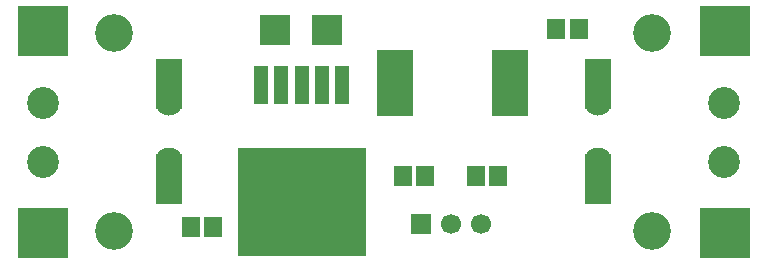
<source format=gbr>
G04 DipTrace 3.3.1.0*
G04 TopMask.gbr*
%MOMM*%
G04 #@! TF.FileFunction,Soldermask,Top*
G04 #@! TF.Part,Single*
%ADD33C,3.2*%
%ADD38C,2.7*%
%ADD39C,2.3*%
%ADD40R,10.8X9.2*%
%ADD42R,1.2X3.2*%
%ADD44C,1.7*%
%ADD46R,1.7X1.7*%
%ADD48R,4.2X4.2*%
%ADD50R,3.1X5.6*%
%ADD52R,2.6X2.6*%
%ADD54R,1.5X1.7*%
%ADD57R,2.3X4.25*%
%FSLAX35Y35*%
G04*
G71*
G90*
G75*
G01*
G04 TopMask*
%LPD*%
D57*
X2308250Y1695150D3*
Y2505150D3*
D39*
Y1850150D3*
Y2350150D3*
D54*
X2491100Y1289600D3*
X2681100D3*
D57*
X5941423Y1696250D3*
Y2506250D3*
D39*
Y1851250D3*
Y2351250D3*
D54*
X5588877Y2968500D3*
X5778877D3*
X5095777Y1726850D3*
X4905777D3*
D52*
X3644100Y2959127D3*
X3204100D3*
D33*
X1841377Y2936750D3*
X1841373Y1254000D3*
X6397503Y2936750D3*
X6397500Y1254000D3*
D50*
X4224200Y2513950D3*
X5194200D3*
D48*
X1242950Y2951150D3*
Y1241927D3*
X7014650Y2951150D3*
Y1241927D3*
D46*
X4438850Y1321400D3*
D44*
X4692850D3*
X4946850D3*
D54*
X4286800Y1726850D3*
X4476800D3*
D42*
X3771050Y2490050D3*
X3601050D3*
X3431050D3*
X3261050D3*
X3091050D3*
D40*
X3431050Y1500050D3*
D38*
X1242950Y1842577D3*
Y2342577D3*
X7006700D3*
Y1842577D3*
M02*

</source>
